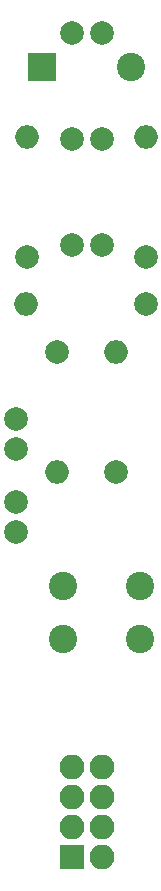
<source format=gbs>
G04 #@! TF.FileFunction,Soldermask,Bot*
%FSLAX46Y46*%
G04 Gerber Fmt 4.6, Leading zero omitted, Abs format (unit mm)*
G04 Created by KiCad (PCBNEW 4.0.6-e0-6349~53~ubuntu16.04.1) date Sat Jun  3 13:09:08 2017*
%MOMM*%
%LPD*%
G01*
G04 APERTURE LIST*
%ADD10C,0.100000*%
%ADD11R,2.100000X2.100000*%
%ADD12O,2.100000X2.100000*%
%ADD13C,2.000000*%
%ADD14O,2.000000X2.000000*%
%ADD15R,2.400000X2.400000*%
%ADD16C,2.400000*%
G04 APERTURE END LIST*
D10*
D11*
X6730000Y2190000D03*
D12*
X9270000Y2190000D03*
X6730000Y4730000D03*
X9270000Y4730000D03*
X6730000Y7270000D03*
X9270000Y7270000D03*
X6730000Y9810000D03*
X9270000Y9810000D03*
D13*
X13000000Y53000000D03*
D14*
X13000000Y63160000D03*
D13*
X3000000Y53000000D03*
D14*
X3000000Y63160000D03*
D13*
X13000000Y49000000D03*
D14*
X2840000Y49000000D03*
D13*
X5500000Y45000000D03*
D14*
X5500000Y34840000D03*
D13*
X10500000Y34840000D03*
D14*
X10500000Y45000000D03*
D15*
X4200000Y69100000D03*
D16*
X11800000Y69100000D03*
D13*
X6730000Y63000000D03*
X9270000Y63000000D03*
X6730000Y54000000D03*
X9270000Y54000000D03*
X2000000Y39270000D03*
X2000000Y36730000D03*
X2000000Y32270000D03*
X2000000Y29730000D03*
X6730000Y72000000D03*
X9270000Y72000000D03*
D16*
X12500000Y25152370D03*
X12500000Y20652370D03*
X6000000Y25152370D03*
X6000000Y20652370D03*
M02*

</source>
